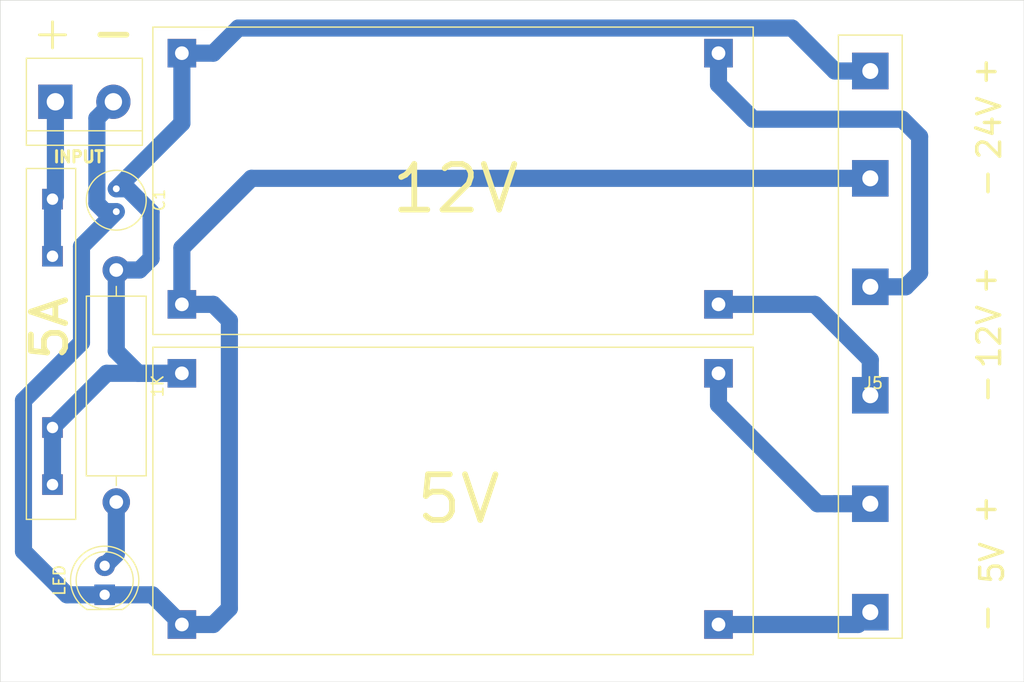
<source format=kicad_pcb>
(kicad_pcb (version 20171130) (host pcbnew "(5.1.2)-2")

  (general
    (thickness 1.6)
    (drawings 19)
    (tracks 59)
    (zones 0)
    (modules 8)
    (nets 9)
  )

  (page A4)
  (layers
    (0 F.Cu signal)
    (31 B.Cu signal)
    (32 B.Adhes user)
    (33 F.Adhes user)
    (34 B.Paste user)
    (35 F.Paste user)
    (36 B.SilkS user)
    (37 F.SilkS user)
    (38 B.Mask user)
    (39 F.Mask user)
    (40 Dwgs.User user)
    (41 Cmts.User user)
    (42 Eco1.User user)
    (43 Eco2.User user)
    (44 Edge.Cuts user)
    (45 Margin user)
    (46 B.CrtYd user)
    (47 F.CrtYd user)
    (48 B.Fab user)
    (49 F.Fab user)
  )

  (setup
    (last_trace_width 1.5)
    (user_trace_width 1.5)
    (user_trace_width 1.8)
    (trace_clearance 0.2)
    (zone_clearance 0.508)
    (zone_45_only no)
    (trace_min 0.2)
    (via_size 0.8)
    (via_drill 0.4)
    (via_min_size 0.4)
    (via_min_drill 0.3)
    (uvia_size 0.3)
    (uvia_drill 0.1)
    (uvias_allowed no)
    (uvia_min_size 0.2)
    (uvia_min_drill 0.1)
    (edge_width 0.05)
    (segment_width 0.2)
    (pcb_text_width 0.3)
    (pcb_text_size 1.5 1.5)
    (mod_edge_width 0.12)
    (mod_text_size 1 1)
    (mod_text_width 0.15)
    (pad_size 3.2 3.2)
    (pad_drill 1.4)
    (pad_to_mask_clearance 0.051)
    (solder_mask_min_width 0.25)
    (aux_axis_origin 0 0)
    (visible_elements 7FFFEFFF)
    (pcbplotparams
      (layerselection 0x010fc_ffffffff)
      (usegerberextensions false)
      (usegerberattributes false)
      (usegerberadvancedattributes false)
      (creategerberjobfile false)
      (excludeedgelayer true)
      (linewidth 0.100000)
      (plotframeref false)
      (viasonmask false)
      (mode 1)
      (useauxorigin false)
      (hpglpennumber 1)
      (hpglpenspeed 20)
      (hpglpendiameter 15.000000)
      (psnegative false)
      (psa4output false)
      (plotreference true)
      (plotvalue true)
      (plotinvisibletext false)
      (padsonsilk false)
      (subtractmaskfromsilk false)
      (outputformat 1)
      (mirror false)
      (drillshape 0)
      (scaleselection 1)
      (outputdirectory ""))
  )

  (net 0 "")
  (net 1 VCC)
  (net 2 GND)
  (net 3 "Net-(D1-Pad2)")
  (net 4 "Net-(F1-Pad2)")
  (net 5 "Net-(J2-Pad2)")
  (net 6 "Net-(J2-Pad4)")
  (net 7 "Net-(J3-Pad4)")
  (net 8 "Net-(J3-Pad2)")

  (net_class Default "This is the default net class."
    (clearance 0.2)
    (trace_width 0.25)
    (via_dia 0.8)
    (via_drill 0.4)
    (uvia_dia 0.3)
    (uvia_drill 0.1)
    (add_net GND)
    (add_net "Net-(D1-Pad2)")
    (add_net "Net-(F1-Pad2)")
    (add_net "Net-(J2-Pad2)")
    (add_net "Net-(J2-Pad4)")
    (add_net "Net-(J3-Pad2)")
    (add_net "Net-(J3-Pad4)")
    (add_net VCC)
  )

  (module Capacitor_THT:C_Radial_D5.0mm_H7.0mm_P2.00mm (layer F.Cu) (tedit 5E9F69C7) (tstamp 5E9FCFE1)
    (at 76.962 50.8 270)
    (descr "C, Radial series, Radial, pin pitch=2.00mm, diameter=5mm, height=7mm, Non-Polar Electrolytic Capacitor")
    (tags "C Radial series Radial pin pitch 2.00mm diameter 5mm height 7mm Non-Polar Electrolytic Capacitor")
    (path /5E9F6DB3)
    (fp_text reference C1 (at 1 -3.75 90) (layer F.SilkS)
      (effects (font (size 1 1) (thickness 0.15)))
    )
    (fp_text value C_Small (at 1 3.75 90) (layer F.Fab)
      (effects (font (size 1 1) (thickness 0.15)))
    )
    (fp_circle (center 1 0) (end 3.5 0) (layer F.Fab) (width 0.1))
    (fp_circle (center 1 0) (end 3.62 0) (layer F.SilkS) (width 0.12))
    (fp_circle (center 1 0) (end 3.75 0) (layer F.CrtYd) (width 0.05))
    (fp_text user %R (at 1 0 90) (layer F.Fab)
      (effects (font (size 1 1) (thickness 0.15)))
    )
    (pad 1 thru_hole circle (at 0 0 270) (size 1.4 1.4) (drill 0.6) (layers *.Cu *.Mask)
      (net 1 VCC))
    (pad 2 thru_hole circle (at 2 0 270) (size 1.4 1.4) (drill 0.6) (layers *.Cu *.Mask)
      (net 2 GND))
    (model ${KISYS3DMOD}/Capacitor_THT.3dshapes/C_Radial_D5.0mm_H7.0mm_P2.00mm.wrl
      (at (xyz 0 0 0))
      (scale (xyz 1 1 1))
      (rotate (xyz 0 0 0))
    )
  )

  (module LED_THT:LED_D5.0mm (layer F.Cu) (tedit 5995936A) (tstamp 5E9FCFF3)
    (at 75.946 86.36 90)
    (descr "LED, diameter 5.0mm, 2 pins, http://cdn-reichelt.de/documents/datenblatt/A500/LL-504BC2E-009.pdf")
    (tags "LED diameter 5.0mm 2 pins")
    (path /5E8D08FE)
    (fp_text reference LED (at 1.27 -3.96 90) (layer F.SilkS)
      (effects (font (size 1 1) (thickness 0.15)))
    )
    (fp_text value LED_Small (at 1.27 3.96 90) (layer F.Fab)
      (effects (font (size 1 1) (thickness 0.15)))
    )
    (fp_arc (start 1.27 0) (end -1.23 -1.469694) (angle 299.1) (layer F.Fab) (width 0.1))
    (fp_arc (start 1.27 0) (end -1.29 -1.54483) (angle 148.9) (layer F.SilkS) (width 0.12))
    (fp_arc (start 1.27 0) (end -1.29 1.54483) (angle -148.9) (layer F.SilkS) (width 0.12))
    (fp_circle (center 1.27 0) (end 3.77 0) (layer F.Fab) (width 0.1))
    (fp_circle (center 1.27 0) (end 3.77 0) (layer F.SilkS) (width 0.12))
    (fp_line (start -1.23 -1.469694) (end -1.23 1.469694) (layer F.Fab) (width 0.1))
    (fp_line (start -1.29 -1.545) (end -1.29 1.545) (layer F.SilkS) (width 0.12))
    (fp_line (start -1.95 -3.25) (end -1.95 3.25) (layer F.CrtYd) (width 0.05))
    (fp_line (start -1.95 3.25) (end 4.5 3.25) (layer F.CrtYd) (width 0.05))
    (fp_line (start 4.5 3.25) (end 4.5 -3.25) (layer F.CrtYd) (width 0.05))
    (fp_line (start 4.5 -3.25) (end -1.95 -3.25) (layer F.CrtYd) (width 0.05))
    (fp_text user %R (at 1.25 0 90) (layer F.Fab)
      (effects (font (size 0.8 0.8) (thickness 0.2)))
    )
    (pad 1 thru_hole rect (at 0 0 90) (size 1.8 1.8) (drill 0.9) (layers *.Cu *.Mask)
      (net 2 GND))
    (pad 2 thru_hole circle (at 2.54 0 90) (size 1.8 1.8) (drill 0.9) (layers *.Cu *.Mask)
      (net 3 "Net-(D1-Pad2)"))
    (model ${KISYS3DMOD}/LED_THT.3dshapes/LED_D5.0mm.wrl
      (at (xyz 0 0 0))
      (scale (xyz 1 1 1))
      (rotate (xyz 0 0 0))
    )
  )

  (module TerminalBlock:TerminalBlock_bornier-2_P5.08mm (layer F.Cu) (tedit 59FF03AB) (tstamp 5E9FD01B)
    (at 71.628 43.18)
    (descr "simple 2-pin terminal block, pitch 5.08mm, revamped version of bornier2")
    (tags "terminal block bornier2")
    (path /5E8B4FC2)
    (fp_text reference INPUT (at 2.032 4.826) (layer F.SilkS)
      (effects (font (size 1 1) (thickness 0.25)))
    )
    (fp_text value Input_power (at 2.54 5.08) (layer F.Fab)
      (effects (font (size 1 1) (thickness 0.15)))
    )
    (fp_text user %R (at 2.54 0) (layer F.Fab)
      (effects (font (size 1 1) (thickness 0.15)))
    )
    (fp_line (start -2.41 2.55) (end 7.49 2.55) (layer F.Fab) (width 0.1))
    (fp_line (start -2.46 -3.75) (end -2.46 3.75) (layer F.Fab) (width 0.1))
    (fp_line (start -2.46 3.75) (end 7.54 3.75) (layer F.Fab) (width 0.1))
    (fp_line (start 7.54 3.75) (end 7.54 -3.75) (layer F.Fab) (width 0.1))
    (fp_line (start 7.54 -3.75) (end -2.46 -3.75) (layer F.Fab) (width 0.1))
    (fp_line (start 7.62 2.54) (end -2.54 2.54) (layer F.SilkS) (width 0.12))
    (fp_line (start 7.62 3.81) (end 7.62 -3.81) (layer F.SilkS) (width 0.12))
    (fp_line (start 7.62 -3.81) (end -2.54 -3.81) (layer F.SilkS) (width 0.12))
    (fp_line (start -2.54 -3.81) (end -2.54 3.81) (layer F.SilkS) (width 0.12))
    (fp_line (start -2.54 3.81) (end 7.62 3.81) (layer F.SilkS) (width 0.12))
    (fp_line (start -2.71 -4) (end 7.79 -4) (layer F.CrtYd) (width 0.05))
    (fp_line (start -2.71 -4) (end -2.71 4) (layer F.CrtYd) (width 0.05))
    (fp_line (start 7.79 4) (end 7.79 -4) (layer F.CrtYd) (width 0.05))
    (fp_line (start 7.79 4) (end -2.71 4) (layer F.CrtYd) (width 0.05))
    (pad 1 thru_hole rect (at 0 0) (size 3 3) (drill 1.52) (layers *.Cu *.Mask)
      (net 4 "Net-(F1-Pad2)"))
    (pad 2 thru_hole circle (at 5.08 0) (size 3 3) (drill 1.52) (layers *.Cu *.Mask)
      (net 2 GND))
    (model ${KISYS3DMOD}/TerminalBlock.3dshapes/TerminalBlock_bornier-2_P5.08mm.wrl
      (offset (xyz 2.539999961853027 0 0))
      (scale (xyz 1 1 1))
      (rotate (xyz 0 0 0))
    )
  )

  (module fuses:9v (layer F.Cu) (tedit 5E9F681A) (tstamp 5E9FD028)
    (at 82.706001 38.922001)
    (path /5E8D8707)
    (fp_text reference 12V (at 23.973999 11.877999 180) (layer F.SilkS)
      (effects (font (size 4 4) (thickness 0.5)))
    )
    (fp_text value 9v (at 0 -0.5) (layer F.Fab)
      (effects (font (size 1 1) (thickness 0.15)))
    )
    (fp_line (start -2.54 24.13) (end -2.54 24.638) (layer F.SilkS) (width 0.12))
    (fp_line (start -2.54 24.638) (end 50.038 24.638) (layer F.SilkS) (width 0.12))
    (fp_line (start 50.038 24.638) (end 50.038 -2.286) (layer F.SilkS) (width 0.12))
    (fp_line (start 50.038 -2.286) (end -2.54 -2.286) (layer F.SilkS) (width 0.12))
    (fp_line (start -2.54 -2.286) (end -2.54 24.13) (layer F.SilkS) (width 0.12))
    (pad 1 thru_hole rect (at 0 0) (size 2.5 2.5) (drill 1.2) (layers *.Cu *.Mask)
      (net 1 VCC))
    (pad 3 thru_hole rect (at 0 22) (size 2.5 2.5) (drill 1.2) (layers *.Cu *.Mask)
      (net 2 GND))
    (pad 2 thru_hole rect (at 47 0) (size 2.5 2.5) (drill 1.2) (layers *.Cu *.Mask)
      (net 5 "Net-(J2-Pad2)"))
    (pad 4 thru_hole rect (at 47 22) (size 2.5 2.5) (drill 1.2) (layers *.Cu *.Mask)
      (net 6 "Net-(J2-Pad4)"))
  )

  (module fuses:9v (layer F.Cu) (tedit 5E9F681A) (tstamp 5E9FD035)
    (at 82.706001 66.962001)
    (path /5E8DA163)
    (fp_text reference 5V (at 24.227999 11.015999) (layer F.SilkS)
      (effects (font (size 4 4) (thickness 0.5)))
    )
    (fp_text value 12v (at 0 -0.5) (layer F.Fab)
      (effects (font (size 1 1) (thickness 0.15)))
    )
    (fp_line (start -2.54 -2.286) (end -2.54 24.13) (layer F.SilkS) (width 0.12))
    (fp_line (start 50.038 -2.286) (end -2.54 -2.286) (layer F.SilkS) (width 0.12))
    (fp_line (start 50.038 24.638) (end 50.038 -2.286) (layer F.SilkS) (width 0.12))
    (fp_line (start -2.54 24.638) (end 50.038 24.638) (layer F.SilkS) (width 0.12))
    (fp_line (start -2.54 24.13) (end -2.54 24.638) (layer F.SilkS) (width 0.12))
    (pad 4 thru_hole rect (at 47 22) (size 2.5 2.5) (drill 1.2) (layers *.Cu *.Mask)
      (net 7 "Net-(J3-Pad4)"))
    (pad 2 thru_hole rect (at 47 0) (size 2.5 2.5) (drill 1.2) (layers *.Cu *.Mask)
      (net 8 "Net-(J3-Pad2)"))
    (pad 3 thru_hole rect (at 0 22) (size 2.5 2.5) (drill 1.2) (layers *.Cu *.Mask)
      (net 2 GND))
    (pad 1 thru_hole rect (at 0 0) (size 2.5 2.5) (drill 1.2) (layers *.Cu *.Mask)
      (net 1 VCC))
  )

  (module Resistor_THT:R_Axial_DIN0516_L15.5mm_D5.0mm_P20.32mm_Horizontal (layer F.Cu) (tedit 5AE5139B) (tstamp 5E9FD05C)
    (at 76.962 57.912 270)
    (descr "Resistor, Axial_DIN0516 series, Axial, Horizontal, pin pitch=20.32mm, 2W, length*diameter=15.5*5mm^2, http://cdn-reichelt.de/documents/datenblatt/B400/1_4W%23YAG.pdf")
    (tags "Resistor Axial_DIN0516 series Axial Horizontal pin pitch 20.32mm 2W length 15.5mm diameter 5mm")
    (path /5E8CDC7E)
    (fp_text reference 1K (at 10.16 -3.62 90) (layer F.SilkS)
      (effects (font (size 1 1) (thickness 0.15)))
    )
    (fp_text value 2k (at 10.16 3.62 90) (layer F.Fab)
      (effects (font (size 1 1) (thickness 0.15)))
    )
    (fp_line (start 2.41 -2.5) (end 2.41 2.5) (layer F.Fab) (width 0.1))
    (fp_line (start 2.41 2.5) (end 17.91 2.5) (layer F.Fab) (width 0.1))
    (fp_line (start 17.91 2.5) (end 17.91 -2.5) (layer F.Fab) (width 0.1))
    (fp_line (start 17.91 -2.5) (end 2.41 -2.5) (layer F.Fab) (width 0.1))
    (fp_line (start 0 0) (end 2.41 0) (layer F.Fab) (width 0.1))
    (fp_line (start 20.32 0) (end 17.91 0) (layer F.Fab) (width 0.1))
    (fp_line (start 2.29 -2.62) (end 2.29 2.62) (layer F.SilkS) (width 0.12))
    (fp_line (start 2.29 2.62) (end 18.03 2.62) (layer F.SilkS) (width 0.12))
    (fp_line (start 18.03 2.62) (end 18.03 -2.62) (layer F.SilkS) (width 0.12))
    (fp_line (start 18.03 -2.62) (end 2.29 -2.62) (layer F.SilkS) (width 0.12))
    (fp_line (start 1.44 0) (end 2.29 0) (layer F.SilkS) (width 0.12))
    (fp_line (start 18.88 0) (end 18.03 0) (layer F.SilkS) (width 0.12))
    (fp_line (start -1.45 -2.75) (end -1.45 2.75) (layer F.CrtYd) (width 0.05))
    (fp_line (start -1.45 2.75) (end 21.77 2.75) (layer F.CrtYd) (width 0.05))
    (fp_line (start 21.77 2.75) (end 21.77 -2.75) (layer F.CrtYd) (width 0.05))
    (fp_line (start 21.77 -2.75) (end -1.45 -2.75) (layer F.CrtYd) (width 0.05))
    (fp_text user %R (at 10.16 0 90) (layer F.Fab)
      (effects (font (size 1 1) (thickness 0.15)))
    )
    (pad 1 thru_hole circle (at 0 0 270) (size 2.4 2.4) (drill 1.2) (layers *.Cu *.Mask)
      (net 1 VCC))
    (pad 2 thru_hole oval (at 20.32 0 270) (size 2.4 2.4) (drill 1.2) (layers *.Cu *.Mask)
      (net 3 "Net-(D1-Pad2)"))
    (model ${KISYS3DMOD}/Resistor_THT.3dshapes/R_Axial_DIN0516_L15.5mm_D5.0mm_P20.32mm_Horizontal.wrl
      (at (xyz 0 0 0))
      (scale (xyz 1 1 1))
      (rotate (xyz 0 0 0))
    )
  )

  (module fuses:fuse_techno (layer F.Cu) (tedit 5E9F6485) (tstamp 5E9FD1D8)
    (at 71.374 76.708 90)
    (path /5E8B64CF)
    (fp_text reference 5A (at 13.716 -0.254 90) (layer F.SilkS)
      (effects (font (size 3 3) (thickness 0.5)))
    )
    (fp_text value Fuse (at 11.43 -3.556 90) (layer F.Fab)
      (effects (font (size 1 1) (thickness 0.15)))
    )
    (fp_line (start -3.048 -2.032) (end -3.048 2.032) (layer F.SilkS) (width 0.12))
    (fp_line (start -3.048 2.032) (end 27.686 2.032) (layer F.SilkS) (width 0.12))
    (fp_line (start 27.686 2.032) (end 27.686 -2.286) (layer F.SilkS) (width 0.12))
    (fp_line (start 27.686 -2.286) (end -3.048 -2.286) (layer F.SilkS) (width 0.12))
    (fp_line (start -3.048 -2.286) (end -3.048 -2.032) (layer F.SilkS) (width 0.12))
    (pad 1 thru_hole rect (at 0 0 90) (size 1.8 1.8) (drill 1) (layers *.Cu *.Mask)
      (net 1 VCC))
    (pad 1 thru_hole rect (at 5 0 90) (size 1.8 1.8) (drill 1) (layers *.Cu *.Mask)
      (net 1 VCC))
    (pad 2 thru_hole rect (at 20 0 90) (size 1.8 1.8) (drill 1) (layers *.Cu *.Mask)
      (net 4 "Net-(F1-Pad2)"))
    (pad 2 thru_hole rect (at 25 0 90) (size 1.8 1.8) (drill 1) (layers *.Cu *.Mask)
      (net 4 "Net-(F1-Pad2)"))
  )

  (module fuses:output_power (layer F.Cu) (tedit 5E9FDABD) (tstamp 5E9FD86E)
    (at 143.002 87.884 180)
    (path /5E8C4654)
    (fp_text reference J5 (at -0.254 20.066) (layer F.SilkS)
      (effects (font (size 1 1) (thickness 0.15)))
    )
    (fp_text value output_Power (at 0 -0.5) (layer F.Fab)
      (effects (font (size 1 1) (thickness 0.15)))
    )
    (fp_line (start -2.794 -2.286) (end 2.794 -2.286) (layer F.SilkS) (width 0.12))
    (fp_line (start -2.794 50.546) (end 2.794 50.546) (layer F.SilkS) (width 0.12))
    (fp_line (start 2.794 -2.286) (end 2.794 50.546) (layer F.SilkS) (width 0.12))
    (fp_line (start -2.794 50.546) (end -2.794 -2.286) (layer F.SilkS) (width 0.12))
    (pad 1 thru_hole rect (at 0 0 180) (size 3.2 3.2) (drill 1.4) (layers *.Cu *.Mask)
      (net 7 "Net-(J3-Pad4)"))
    (pad 2 thru_hole rect (at 0 9.5 180) (size 3.2 3.2) (drill 1.4) (layers *.Cu *.Mask)
      (net 8 "Net-(J3-Pad2)"))
    (pad 3 thru_hole rect (at 0 19 180) (size 3.2 3.2) (drill 1.4) (layers *.Cu *.Mask)
      (net 6 "Net-(J2-Pad4)"))
    (pad 4 thru_hole rect (at 0 28.5 180) (size 3.2 3.2) (drill 1.4) (layers *.Cu *.Mask)
      (net 5 "Net-(J2-Pad2)"))
    (pad 5 thru_hole rect (at 0 38 180) (size 3.2 3.2) (drill 1.4) (layers *.Cu *.Mask)
      (net 2 GND))
    (pad 6 thru_hole rect (at 0 47.4 180) (size 3.2 3.2) (drill 1.4) (layers *.Cu *.Mask)
      (net 1 VCC))
  )

  (gr_line (start 156.464 93.98) (end 143.764 93.98) (layer Edge.Cuts) (width 0.05) (tstamp 5E9FDE64))
  (gr_line (start 156.464 93.726) (end 156.464 93.98) (layer Edge.Cuts) (width 0.05))
  (gr_line (start 156.464 34.29) (end 156.464 93.726) (layer Edge.Cuts) (width 0.05))
  (gr_line (start 143.764 34.29) (end 156.464 34.29) (layer Edge.Cuts) (width 0.05))
  (gr_text 24V (at 153.416 45.466 90) (layer F.SilkS)
    (effects (font (size 2 2) (thickness 0.3)))
  )
  (gr_text - (at 153.162 88.392 90) (layer F.SilkS)
    (effects (font (size 2 2) (thickness 0.3)))
  )
  (gr_text + (at 153.162 78.74) (layer F.SilkS)
    (effects (font (size 2 2) (thickness 0.3)))
  )
  (gr_text 5V (at 153.67 83.566 90) (layer F.SilkS)
    (effects (font (size 2 2) (thickness 0.3)))
  )
  (gr_text - (at 153.162 68.326 90) (layer F.SilkS)
    (effects (font (size 2 2) (thickness 0.3)))
  )
  (gr_text + (at 153.162 58.674) (layer F.SilkS)
    (effects (font (size 2 2) (thickness 0.3)))
  )
  (gr_text 12V (at 153.416 63.754 90) (layer F.SilkS)
    (effects (font (size 2 2) (thickness 0.3)))
  )
  (gr_text - (at 153.162 50.292 90) (layer F.SilkS)
    (effects (font (size 2 2) (thickness 0.3)))
  )
  (gr_text + (at 153.162 40.386) (layer F.SilkS)
    (effects (font (size 2 2) (thickness 0.3)))
  )
  (gr_text - (at 76.708 37.084) (layer F.SilkS)
    (effects (font (size 3 3) (thickness 0.5)))
  )
  (gr_text + (at 71.374 37.084) (layer F.SilkS)
    (effects (font (size 3 3) (thickness 0.25)))
  )
  (gr_line (start 66.802 34.29) (end 66.802 35.306) (layer Edge.Cuts) (width 0.05) (tstamp 5E9FD943))
  (gr_line (start 143.764 34.29) (end 66.802 34.29) (layer Edge.Cuts) (width 0.05))
  (gr_line (start 66.802 93.98) (end 143.764 93.98) (layer Edge.Cuts) (width 0.05))
  (gr_line (start 66.802 35.306) (end 66.802 93.98) (layer Edge.Cuts) (width 0.05))

  (segment (start 82.706001 45.055999) (end 76.962 50.8) (width 1.5) (layer B.Cu) (net 1))
  (segment (start 82.706001 38.922001) (end 82.706001 45.055999) (width 1.5) (layer B.Cu) (net 1))
  (segment (start 76.962 57.912) (end 76.962 65.024) (width 1.5) (layer B.Cu) (net 1))
  (segment (start 78.900001 66.962001) (end 82.706001 66.962001) (width 1.5) (layer B.Cu) (net 1))
  (segment (start 76.962 65.024) (end 78.900001 66.962001) (width 1.5) (layer B.Cu) (net 1))
  (segment (start 77.951949 50.8) (end 80.01 52.858051) (width 1.5) (layer B.Cu) (net 1))
  (segment (start 76.962 50.8) (end 77.951949 50.8) (width 1.5) (layer B.Cu) (net 1))
  (segment (start 80.01 52.858051) (end 80.01 56.896) (width 1.5) (layer B.Cu) (net 1))
  (segment (start 78.994 57.912) (end 76.962 57.912) (width 1.5) (layer B.Cu) (net 1))
  (segment (start 80.01 56.896) (end 78.994 57.912) (width 1.5) (layer B.Cu) (net 1))
  (segment (start 76.119999 66.962001) (end 71.374 71.708) (width 1.5) (layer B.Cu) (net 1))
  (segment (start 82.706001 66.962001) (end 76.119999 66.962001) (width 1.5) (layer B.Cu) (net 1))
  (segment (start 71.374 71.708) (end 71.374 76.708) (width 1.5) (layer B.Cu) (net 1) (tstamp 5E9FDBB4))
  (segment (start 139.902 40.484) (end 143.002 40.484) (width 1.5) (layer B.Cu) (net 1))
  (segment (start 136.14 36.722) (end 139.902 40.484) (width 1.5) (layer B.Cu) (net 1))
  (segment (start 87.656002 36.722) (end 136.14 36.722) (width 1.5) (layer B.Cu) (net 1))
  (segment (start 85.456001 38.922001) (end 87.656002 36.722) (width 1.5) (layer B.Cu) (net 1))
  (segment (start 82.706001 38.922001) (end 85.456001 38.922001) (width 1.5) (layer B.Cu) (net 1))
  (segment (start 75.972051 52.8) (end 76.962 52.8) (width 1.5) (layer B.Cu) (net 2))
  (segment (start 75.261991 52.08994) (end 75.972051 52.8) (width 1.5) (layer B.Cu) (net 2))
  (segment (start 75.261991 44.626009) (end 75.261991 52.08994) (width 1.5) (layer B.Cu) (net 2))
  (segment (start 76.708 43.18) (end 75.261991 44.626009) (width 1.5) (layer B.Cu) (net 2))
  (segment (start 80.104 86.36) (end 82.706001 88.962001) (width 1.5) (layer B.Cu) (net 2))
  (segment (start 75.946 86.36) (end 80.104 86.36) (width 1.5) (layer B.Cu) (net 2))
  (segment (start 85.456001 88.962001) (end 82.706001 88.962001) (width 1.5) (layer B.Cu) (net 2))
  (segment (start 86.868 87.550002) (end 85.456001 88.962001) (width 1.5) (layer B.Cu) (net 2))
  (segment (start 86.868 62.334) (end 86.868 87.550002) (width 1.5) (layer B.Cu) (net 2))
  (segment (start 85.456001 60.922001) (end 86.868 62.334) (width 1.5) (layer B.Cu) (net 2))
  (segment (start 82.706001 60.922001) (end 85.456001 60.922001) (width 1.5) (layer B.Cu) (net 2))
  (segment (start 73.914 55.848) (end 73.914 64.262) (width 1.5) (layer B.Cu) (net 2))
  (segment (start 76.962 52.8) (end 73.914 55.848) (width 1.5) (layer B.Cu) (net 2))
  (segment (start 73.914 64.262) (end 68.834 69.342) (width 1.5) (layer B.Cu) (net 2))
  (segment (start 68.834 69.342) (end 68.834 82.55) (width 1.5) (layer B.Cu) (net 2))
  (segment (start 72.644 86.36) (end 75.946 86.36) (width 1.5) (layer B.Cu) (net 2))
  (segment (start 68.834 82.55) (end 72.644 86.36) (width 1.5) (layer B.Cu) (net 2))
  (segment (start 143.002 49.884) (end 88.8 49.884) (width 1.5) (layer B.Cu) (net 2))
  (segment (start 82.706001 55.977999) (end 82.706001 60.922001) (width 1.5) (layer B.Cu) (net 2))
  (segment (start 88.8 49.884) (end 82.706001 55.977999) (width 1.5) (layer B.Cu) (net 2))
  (segment (start 76.962 82.804) (end 75.946 83.82) (width 1.5) (layer B.Cu) (net 3))
  (segment (start 76.962 78.232) (end 76.962 82.804) (width 1.5) (layer B.Cu) (net 3))
  (segment (start 71.628 51.454) (end 71.374 51.708) (width 1.5) (layer B.Cu) (net 4))
  (segment (start 71.628 43.18) (end 71.628 51.454) (width 1.5) (layer B.Cu) (net 4))
  (segment (start 71.374 51.708) (end 71.374 56.708) (width 1.5) (layer B.Cu) (net 4))
  (segment (start 146.102 59.384) (end 143.002 59.384) (width 1.5) (layer B.Cu) (net 5))
  (segment (start 129.706001 38.922001) (end 129.706001 41.672001) (width 1.5) (layer B.Cu) (net 5))
  (segment (start 132.738 44.704) (end 145.796 44.704) (width 1.5) (layer B.Cu) (net 5))
  (segment (start 145.796 44.704) (end 147.32 46.228) (width 1.5) (layer B.Cu) (net 5))
  (segment (start 129.706001 41.672001) (end 132.738 44.704) (width 1.5) (layer B.Cu) (net 5))
  (segment (start 147.32 46.228) (end 147.32 58.166) (width 1.5) (layer B.Cu) (net 5))
  (segment (start 147.32 58.166) (end 146.102 59.384) (width 1.5) (layer B.Cu) (net 5))
  (segment (start 143.002 65.784) (end 143.002 68.884) (width 1.5) (layer B.Cu) (net 6))
  (segment (start 138.140001 60.922001) (end 143.002 65.784) (width 1.5) (layer B.Cu) (net 6))
  (segment (start 129.706001 60.922001) (end 138.140001 60.922001) (width 1.5) (layer B.Cu) (net 6))
  (segment (start 141.923999 88.962001) (end 143.002 87.884) (width 1.5) (layer B.Cu) (net 7))
  (segment (start 129.706001 88.962001) (end 141.923999 88.962001) (width 1.5) (layer B.Cu) (net 7))
  (segment (start 139.902 78.384) (end 143.002 78.384) (width 1.5) (layer B.Cu) (net 8))
  (segment (start 138.378 78.384) (end 139.902 78.384) (width 1.5) (layer B.Cu) (net 8))
  (segment (start 129.706001 69.712001) (end 138.378 78.384) (width 1.5) (layer B.Cu) (net 8))
  (segment (start 129.706001 66.962001) (end 129.706001 69.712001) (width 1.5) (layer B.Cu) (net 8))

)

</source>
